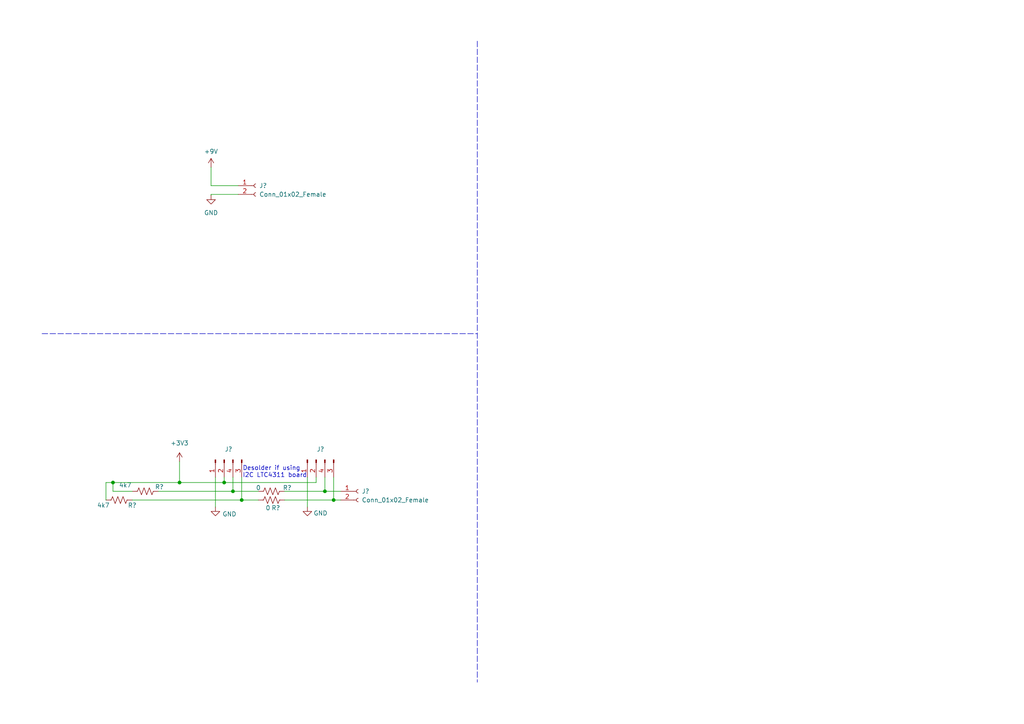
<source format=kicad_sch>
(kicad_sch (version 20211123) (generator eeschema)
  (paper "A4")
  (lib_symbols
    (symbol "Conn_01x04_Male_1" (pin_names (offset 1.016) hide)
      (property "Reference" "J?" (at 1.27 5.588 90))
      (property "Value" "Conn_01x04_Male" (at 1.27 3.048 90))
      (symbol "Conn_01x04_Male_1_1_1"
        (polyline (pts (xy 1.27 -5.08) (xy 0.8636 -5.08)) (stroke (width 0.1524)))
        (polyline (pts (xy 1.27 -2.54) (xy 0.8636 -2.54)) (stroke (width 0.1524)))
        (polyline (pts (xy 1.27 0) (xy 0.8636 0)) (stroke (width 0.1524)))
        (polyline (pts (xy 1.27 2.54) (xy 0.8636 2.54)) (stroke (width 0.1524)))
        (rectangle (start 0.8636 -4.953) (end 0 -5.207) (stroke (width 0.1524)) (fill (type outline)))
        (rectangle (start 0.8636 -2.413) (end 0 -2.667) (stroke (width 0.1524)) (fill (type outline)))
        (rectangle (start 0.8636 0.127) (end 0 -0.127) (stroke (width 0.1524)) (fill (type outline)))
        (rectangle (start 0.8636 2.667) (end 0 2.413) (stroke (width 0.1524)) (fill (type outline)))
        (pin passive line (at 5.08 2.54 180) (length 3.81) (name "Pin_1") (number "1"))
        (pin passive line (at 5.08 0 180) (length 3.81) (name "Pin_2") (number "2"))
        (pin passive line (at 5.08 -5.08 180) (length 3.81) (name "Pin_4") (number "3"))
        (pin passive line (at 5.08 -2.54 180) (length 3.81) (name "Pin_3") (number "4"))
      )
    )
    (symbol "Connector:Conn_01x02_Female" (pin_names (offset 1.016) hide)
      (property "Reference" "J" (at 0 2.54 0))
      (property "Value" "Conn_01x02_Female" (at 0 -5.08 0))
      (symbol "Conn_01x02_Female_1_1"
        (arc (start 0 -2.032) (mid -0.508 -2.54) (end 0 -3.048) (stroke (width 0.1524)))
        (polyline (pts (xy -1.27 -2.54) (xy -0.508 -2.54)) (stroke (width 0.1524)))
        (polyline (pts (xy -1.27 0) (xy -0.508 0)) (stroke (width 0.1524)))
        (arc (start 0 0.508) (mid -0.508 0) (end 0 -0.508) (stroke (width 0.1524)))
        (pin passive line (at -5.08 0 0) (length 3.81) (name "Pin_1") (number "1"))
        (pin passive line (at -5.08 -2.54 0) (length 3.81) (name "Pin_2") (number "2"))
      )
    )
    (symbol "Device:R_US" (pin_numbers hide) (pin_names (offset 0))
      (property "Reference" "R" (at 2.54 0 90))
      (property "Value" "R_US" (at -2.54 0 90))
      (symbol "R_US_0_1"
        (polyline (pts (xy 0 -2.286) (xy 0 -2.54)))
        (polyline (pts (xy 0 2.286) (xy 0 2.54)))
        (polyline (pts (xy 0 -0.762) (xy 1.016 -1.143) (xy 0 -1.524) (xy -1.016 -1.905) (xy 0 -2.286)))
        (polyline (pts (xy 0 0.762) (xy 1.016 0.381) (xy 0 0) (xy -1.016 -0.381) (xy 0 -0.762)))
        (polyline (pts (xy 0 2.286) (xy 1.016 1.905) (xy 0 1.524) (xy -1.016 1.143) (xy 0 0.762)))
      )
      (symbol "R_US_1_1"
        (pin passive line (at 0 3.81 270) (length 1.27) (name "~") (number "1"))
        (pin passive line (at 0 -3.81 90) (length 1.27) (name "~") (number "2"))
      )
    )
    (symbol "power:+3V3" (power) (pin_names (offset 0))
      (property "Value" "+3V3" (at 0 3.556 0))
      (symbol "+3V3_0_1"
        (polyline (pts (xy -0.762 1.27) (xy 0 2.54)))
        (polyline (pts (xy 0 0) (xy 0 2.54)))
        (polyline (pts (xy 0 2.54) (xy 0.762 1.27)))
      )
      (symbol "+3V3_1_1"
        (pin power_in line (at 0 0 90) (length 0) hide (name "+3V3") (number "1"))
      )
    )
    (symbol "power:+9V" (power) (pin_names (offset 0))
      (property "Value" "+9V" (at 0 3.556 0))
      (symbol "+9V_0_1"
        (polyline (pts (xy -0.762 1.27) (xy 0 2.54)))
        (polyline (pts (xy 0 0) (xy 0 2.54)))
        (polyline (pts (xy 0 2.54) (xy 0.762 1.27)))
      )
      (symbol "+9V_1_1"
        (pin power_in line (at 0 0 90) (length 0) hide (name "+9V") (number "1"))
      )
    )
    (symbol "power:GND" (power) (pin_names (offset 0))
      (property "Value" "GND" (at 0 -3.81 0))
      (symbol "GND_0_1"
        (polyline (pts (xy 0 0) (xy 0 -1.27) (xy 1.27 -1.27) (xy 0 -2.54) (xy -1.27 -1.27) (xy 0 -1.27)))
      )
      (symbol "GND_1_1"
        (pin power_in line (at 0 0 270) (length 0) hide (name "GND") (number "1"))
      )
    )
  )
  (junction (at 52.07 139.954))
  (junction (at 96.774 145.034))
  (junction (at 94.234 142.494))
  (junction (at 65.024 139.954))
  (junction (at 67.564 142.494))
  (junction (at 70.104 145.034))
  (junction (at 32.766 139.954))
  (wire (pts (xy 65.024 139.954) (xy 65.024 138.43)))
  (wire (pts (xy 45.974 142.494) (xy 67.564 142.494)))
  (wire (pts (xy 69.088 56.388) (xy 61.214 56.388)))
  (polyline (pts (xy 138.43 11.938) (xy 138.43 197.866)))
  (wire (pts (xy 67.564 142.494) (xy 74.93 142.494)))
  (wire (pts (xy 30.734 139.954) (xy 32.766 139.954)))
  (wire (pts (xy 30.734 145.034) (xy 30.734 139.954)))
  (polyline (pts (xy 12.192 96.774) (xy 138.43 96.774)))
  (polyline (pts (xy 138.43 96.774) (xy 138.43 97.028)))
  (wire (pts (xy 32.766 142.494) (xy 32.766 139.954)))
  (wire (pts (xy 67.564 142.494) (xy 67.564 138.43)))
  (wire (pts (xy 98.806 145.034) (xy 96.774 145.034)))
  (wire (pts (xy 82.55 142.494) (xy 94.234 142.494)))
  (wire (pts (xy 94.234 142.494) (xy 98.806 142.494)))
  (wire (pts (xy 89.154 138.43) (xy 89.154 147.066)))
  (wire (pts (xy 52.07 139.954) (xy 65.024 139.954)))
  (wire (pts (xy 82.55 145.034) (xy 96.774 145.034)))
  (wire (pts (xy 65.024 139.954) (xy 91.694 139.954)))
  (wire (pts (xy 91.694 139.954) (xy 91.694 138.43)))
  (wire (pts (xy 32.766 142.494) (xy 38.354 142.494)))
  (wire (pts (xy 32.766 139.954) (xy 52.07 139.954)))
  (wire (pts (xy 70.104 145.034) (xy 74.93 145.034)))
  (wire (pts (xy 70.104 145.034) (xy 70.104 138.43)))
  (wire (pts (xy 52.07 133.858) (xy 52.07 139.954)))
  (wire (pts (xy 94.234 142.494) (xy 94.234 138.43)))
  (wire (pts (xy 61.214 53.848) (xy 69.088 53.848)))
  (wire (pts (xy 61.214 56.388) (xy 61.214 56.642)))
  (wire (pts (xy 62.484 138.43) (xy 62.484 147.066)))
  (wire (pts (xy 61.214 48.514) (xy 61.214 53.848)))
  (wire (pts (xy 38.354 145.034) (xy 70.104 145.034)))
  (wire (pts (xy 96.774 138.43) (xy 96.774 145.034)))
  (text "Desolder if using \nI2C LTC4311 board\n" (at 70.358 138.684 0) (effects (font (size 1.27 1.27)) (justify left bottom)))
  (symbol (lib_id "Connector:Conn_01x02_Female") (at 103.886 142.494 0) (unit 1)
    (property "Reference" "J?" (at 104.902 142.4939 0) (effects (justify left)))
    (property "Value" "Conn_01x02_Female" (at 104.902 145.0339 0) (effects (justify left)))
  )
  (symbol (lib_id "power:GND") (at 61.214 56.642 0) (unit 1)
    (property "Reference" "#PWR?" (effects hide))
    (property "Value" "GND" (at 61.214 61.722 0))
  )
  (symbol (lib_id "power:+9V") (at 61.214 48.514 0) (unit 1)
    (property "Reference" "#PWR?" (effects hide))
    (property "Value" "+9V" (at 61.214 43.942 0))
  )
  (symbol (lib_id "Device:R_US") (at 42.164 142.494 90) (unit 1)
    (property "Reference" "R?" (at 46.228 141.224 90))
    (property "Value" "4k7" (at 36.322 140.716 90))
  )
  (symbol (lib_id "Device:R_US") (at 78.74 145.034 270) (unit 1)
    (property "Reference" "R?" (at 80.01 147.32 90))
    (property "Value" "0" (at 77.724 147.32 90))
  )
  (symbol (lib_id "power:GND") (at 89.154 147.066 0) (unit 1)
    (property "Reference" "#PWR?" (effects hide))
    (property "Value" "GND" (at 92.964 148.844 0))
  )
  (symbol (lib_name "Conn_01x04_Male_1") (lib_id "Connector:Conn_01x04_Male") (at 91.694 133.35 90) (mirror x) (unit 1)
    (property "Reference" "J?" (at 92.964 130.302 90))
    (property "Value" "Conn_01x04_Male" (effects hide))
  )
  (symbol (lib_id "Connector:Conn_01x02_Female") (at 74.168 53.848 0) (unit 1)
    (property "Reference" "J?" (at 75.184 53.8479 0) (effects (justify left)))
    (property "Value" "Conn_01x02_Female" (at 75.184 56.3879 0) (effects (justify left)))
  )
  (symbol (lib_id "power:GND") (at 62.484 147.066 0) (unit 1)
    (property "Reference" "#PWR?" (effects hide))
    (property "Value" "GND" (at 66.548 149.098 0))
  )
  (symbol (lib_id "Device:R_US") (at 78.74 142.494 270) (unit 1)
    (property "Reference" "R?" (at 83.312 141.478 90))
    (property "Value" "0" (at 74.93 141.478 90))
  )
  (symbol (lib_name "Conn_01x04_Male_1") (lib_id "Connector:Conn_01x04_Male") (at 65.024 133.35 90) (mirror x) (unit 1)
    (property "Reference" "J?" (at 66.294 130.302 90))
    (property "Value" "Conn_01x04_Male" (effects hide))
  )
  (symbol (lib_id "power:+3V3") (at 52.07 133.858 0) (unit 1)
    (property "Reference" "#PWR?" (effects hide))
    (property "Value" "+3V3" (at 52.07 128.524 0))
  )
  (symbol (lib_id "Device:R_US") (at 34.544 145.034 90) (unit 1)
    (property "Reference" "R?" (at 38.354 146.558 90))
    (property "Value" "4k7" (at 29.972 146.558 90))
  )
)
</source>
